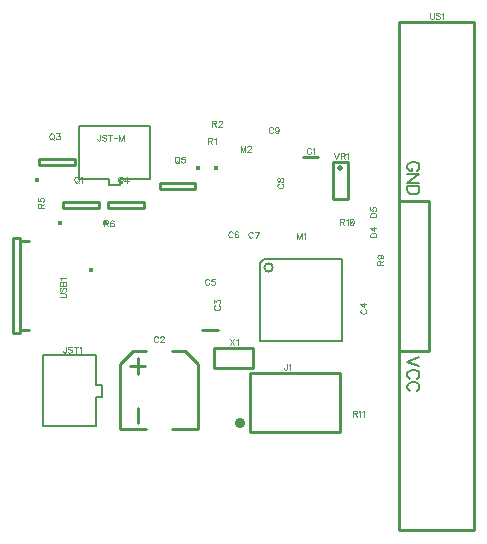
<source format=gbr>
G04 DipTrace 2.4.0.2*
%INTopSilk.gbr*%
%MOIN*%
%ADD10C,0.0098*%
%ADD12C,0.003*%
%ADD26C,0.0354*%
%ADD29C,0.005*%
%ADD31C,0.006*%
%ADD34O,0.0162X0.0154*%
%ADD38C,0.0154*%
%ADD42C,0.0158*%
%ADD47C,0.0188*%
%ADD104C,0.0062*%
%FSLAX44Y44*%
G04*
G70*
G90*
G75*
G01*
%LNTopSilk*%
%LPD*%
X6066Y3822D2*
D10*
X5554D1*
X7134Y2404D2*
X10126D1*
Y436D1*
X7134D1*
Y2404D1*
D26*
X6799Y731D3*
X1997Y2981D2*
D29*
Y1997D1*
X2194D1*
Y1603D1*
X1997D1*
Y619D1*
X226D1*
Y2981D1*
X1997D1*
X3801Y8853D2*
X2817D1*
Y8656D1*
X2423D1*
Y8853D1*
X1439D1*
Y10624D1*
X3801D1*
Y8853D1*
X10220Y6210D2*
D31*
Y3450D1*
X7460D1*
Y6070D1*
X7600Y6210D2*
X10220D1*
X7600D2*
X7460Y6070D1*
X7619Y5910D2*
G02X7619Y5910I141J0D01*
G01*
D34*
X6000Y9230D3*
D38*
X817Y7390D3*
X910Y7892D2*
D10*
X2091D1*
Y8088D1*
X910D1*
Y7892D1*
X13110Y8140D2*
X12110D1*
Y3140D1*
X13110D1*
Y8140D1*
X14610Y14105D2*
X12110D1*
Y-2825D1*
X14610D1*
Y14105D1*
X-523Y6904D2*
Y3716D1*
Y6905D2*
X-759D1*
X-523Y3716D2*
X-759D1*
Y6904D2*
Y3716D1*
X-221Y6806D2*
X-523D1*
Y3814D2*
X-221D1*
D42*
X1841Y5823D3*
X10420Y9435D2*
D10*
X9920D1*
Y8185D1*
X10420D1*
Y9435D1*
D47*
X10139Y9216D3*
X5950Y3225D2*
D10*
X7250D1*
Y2555D1*
X5950D1*
Y3225D1*
D38*
X27Y8830D3*
X120Y9332D2*
D10*
X1301D1*
Y9528D1*
X120D1*
Y9332D1*
D38*
X2317Y7390D3*
X2410Y7892D2*
D10*
X3591D1*
Y8088D1*
X2410D1*
Y7892D1*
D38*
X5403Y9240D3*
X5310Y8738D2*
D10*
X4129D1*
Y8542D1*
X5310D1*
Y8738D1*
X5399Y521D2*
X4533D1*
X5399D2*
Y2686D1*
X4966Y3119D2*
X5399Y2686D1*
X4966Y3119D2*
X4533D1*
X3667Y521D2*
X2801D1*
Y2686D1*
X3234Y3119D2*
X2801Y2686D1*
X3667Y3119D2*
X3234D1*
X3391Y2883D2*
Y2371D1*
X3135Y2627D2*
X3647D1*
X3391Y1229D2*
Y718D1*
X8904Y9608D2*
X9416D1*
X166Y7905D2*
D12*
Y7991D1*
X156Y8020D1*
X147Y8030D1*
X128Y8039D1*
X109D1*
X89Y8030D1*
X80Y8020D1*
X70Y7991D1*
Y7905D1*
X271D1*
X166Y7972D2*
X271Y8039D1*
X70Y8216D2*
Y8120D1*
X156Y8111D1*
X147Y8120D1*
X137Y8149D1*
Y8177D1*
X147Y8206D1*
X166Y8225D1*
X195Y8235D1*
X214D1*
X242Y8225D1*
X262Y8206D1*
X271Y8177D1*
Y8149D1*
X262Y8120D1*
X252Y8111D1*
X233Y8101D1*
X5988Y4644D2*
X5969Y4634D1*
X5950Y4615D1*
X5940Y4596D1*
Y4558D1*
X5950Y4539D1*
X5969Y4520D1*
X5988Y4510D1*
X6017Y4500D1*
X6065D1*
X6093Y4510D1*
X6112Y4520D1*
X6131Y4539D1*
X6141Y4558D1*
Y4596D1*
X6131Y4615D1*
X6112Y4634D1*
X6093Y4644D1*
X5940Y4725D2*
Y4830D1*
X6017Y4773D1*
Y4801D1*
X6026Y4820D1*
X6036Y4830D1*
X6065Y4840D1*
X6084D1*
X6112Y4830D1*
X6132Y4811D1*
X6141Y4782D1*
Y4753D1*
X6132Y4725D1*
X6122Y4715D1*
X6103Y4706D1*
X10868Y4519D2*
X10849Y4510D1*
X10830Y4490D1*
X10820Y4471D1*
Y4433D1*
X10830Y4414D1*
X10849Y4395D1*
X10868Y4385D1*
X10897Y4376D1*
X10945D1*
X10973Y4385D1*
X10992Y4395D1*
X11011Y4414D1*
X11021Y4433D1*
Y4471D1*
X11011Y4490D1*
X10992Y4510D1*
X10973Y4519D1*
X11021Y4677D2*
X10820D1*
X10954Y4581D1*
Y4724D1*
X5784Y5485D2*
X5774Y5504D1*
X5755Y5523D1*
X5736Y5533D1*
X5698D1*
X5679Y5523D1*
X5660Y5504D1*
X5650Y5485D1*
X5640Y5456D1*
Y5408D1*
X5650Y5380D1*
X5660Y5361D1*
X5679Y5342D1*
X5698Y5332D1*
X5736D1*
X5755Y5342D1*
X5774Y5361D1*
X5784Y5380D1*
X5960Y5533D2*
X5865D1*
X5855Y5447D1*
X5865Y5456D1*
X5894Y5466D1*
X5922D1*
X5951Y5456D1*
X5970Y5437D1*
X5980Y5408D1*
Y5389D1*
X5970Y5361D1*
X5951Y5341D1*
X5922Y5332D1*
X5894D1*
X5865Y5341D1*
X5855Y5351D1*
X5846Y5370D1*
X6562Y7065D2*
X6552Y7084D1*
X6533Y7103D1*
X6514Y7113D1*
X6476D1*
X6457Y7103D1*
X6438Y7084D1*
X6428Y7065D1*
X6418Y7036D1*
Y6988D1*
X6428Y6960D1*
X6438Y6941D1*
X6457Y6922D1*
X6476Y6912D1*
X6514D1*
X6533Y6922D1*
X6552Y6941D1*
X6562Y6960D1*
X6738Y7084D2*
X6729Y7103D1*
X6700Y7113D1*
X6681D1*
X6652Y7103D1*
X6633Y7074D1*
X6624Y7027D1*
Y6979D1*
X6633Y6941D1*
X6652Y6921D1*
X6681Y6912D1*
X6691D1*
X6719Y6921D1*
X6738Y6941D1*
X6748Y6969D1*
Y6979D1*
X6738Y7008D1*
X6719Y7027D1*
X6691Y7036D1*
X6681D1*
X6652Y7027D1*
X6633Y7008D1*
X6624Y6979D1*
X7227Y7055D2*
X7218Y7074D1*
X7198Y7093D1*
X7179Y7103D1*
X7141D1*
X7122Y7093D1*
X7103Y7074D1*
X7093Y7055D1*
X7084Y7026D1*
Y6978D1*
X7093Y6950D1*
X7103Y6931D1*
X7122Y6912D1*
X7141Y6902D1*
X7179D1*
X7198Y6912D1*
X7218Y6931D1*
X7227Y6950D1*
X7327Y6902D2*
X7423Y7103D1*
X7289D1*
X8098Y8704D2*
X8079Y8694D1*
X8060Y8675D1*
X8050Y8656D1*
Y8618D1*
X8060Y8599D1*
X8079Y8580D1*
X8098Y8570D1*
X8127Y8561D1*
X8175D1*
X8203Y8570D1*
X8222Y8580D1*
X8241Y8599D1*
X8251Y8618D1*
Y8656D1*
X8241Y8675D1*
X8222Y8694D1*
X8203Y8704D1*
X8050Y8813D2*
X8060Y8785D1*
X8079Y8775D1*
X8098D1*
X8117Y8785D1*
X8127Y8804D1*
X8136Y8842D1*
X8146Y8871D1*
X8165Y8890D1*
X8184Y8899D1*
X8213D1*
X8232Y8890D1*
X8242Y8880D1*
X8251Y8852D1*
Y8813D1*
X8242Y8785D1*
X8232Y8775D1*
X8213Y8766D1*
X8184D1*
X8165Y8775D1*
X8146Y8794D1*
X8136Y8823D1*
X8127Y8861D1*
X8117Y8880D1*
X8098Y8890D1*
X8079D1*
X8060Y8880D1*
X8050Y8852D1*
Y8813D1*
X7909Y10542D2*
X7899Y10561D1*
X7880Y10580D1*
X7861Y10590D1*
X7823D1*
X7803Y10580D1*
X7784Y10561D1*
X7775Y10542D1*
X7765Y10513D1*
Y10465D1*
X7775Y10437D1*
X7784Y10418D1*
X7803Y10399D1*
X7823Y10389D1*
X7861D1*
X7880Y10399D1*
X7899Y10418D1*
X7909Y10437D1*
X8095Y10523D2*
X8085Y10494D1*
X8066Y10475D1*
X8037Y10465D1*
X8028D1*
X7999Y10475D1*
X7980Y10494D1*
X7970Y10523D1*
Y10532D1*
X7980Y10561D1*
X7999Y10580D1*
X8028Y10590D1*
X8037D1*
X8066Y10580D1*
X8085Y10561D1*
X8095Y10523D1*
Y10475D1*
X8085Y10427D1*
X8066Y10398D1*
X8037Y10389D1*
X8018D1*
X7990Y10398D1*
X7980Y10418D1*
X8367Y2697D2*
Y2544D1*
X8358Y2515D1*
X8348Y2506D1*
X8329Y2496D1*
X8310D1*
X8291Y2506D1*
X8281Y2515D1*
X8271Y2544D1*
Y2563D1*
X8429Y2659D2*
X8448Y2668D1*
X8477Y2697D1*
Y2496D1*
X1007Y3274D2*
Y3121D1*
X998Y3092D1*
X988Y3083D1*
X969Y3073D1*
X950D1*
X931Y3083D1*
X921Y3092D1*
X912Y3121D1*
Y3140D1*
X1203Y3245D2*
X1184Y3264D1*
X1155Y3274D1*
X1117D1*
X1088Y3264D1*
X1069Y3245D1*
Y3226D1*
X1079Y3207D1*
X1088Y3198D1*
X1107Y3188D1*
X1165Y3169D1*
X1184Y3159D1*
X1193Y3150D1*
X1203Y3131D1*
Y3102D1*
X1184Y3083D1*
X1155Y3073D1*
X1117D1*
X1088Y3083D1*
X1069Y3102D1*
X1332Y3274D2*
Y3073D1*
X1265Y3274D2*
X1399D1*
X1460Y3236D2*
X1480Y3245D1*
X1508Y3274D1*
Y3073D1*
X2149Y10337D2*
Y10184D1*
X2139Y10155D1*
X2129Y10146D1*
X2110Y10136D1*
X2091D1*
X2072Y10146D1*
X2063Y10155D1*
X2053Y10184D1*
Y10203D1*
X2344Y10308D2*
X2325Y10328D1*
X2297Y10337D1*
X2258D1*
X2230Y10328D1*
X2210Y10308D1*
Y10289D1*
X2220Y10270D1*
X2230Y10261D1*
X2249Y10251D1*
X2306Y10232D1*
X2325Y10222D1*
X2335Y10213D1*
X2344Y10194D1*
Y10165D1*
X2325Y10146D1*
X2297Y10136D1*
X2258D1*
X2230Y10146D1*
X2210Y10165D1*
X2473Y10337D2*
Y10136D1*
X2406Y10337D2*
X2540D1*
X2602Y10237D2*
X2712D1*
X2927Y10136D2*
Y10337D1*
X2851Y10136D1*
X2774Y10337D1*
Y10136D1*
X8862Y6862D2*
Y7063D1*
X8785Y6862D1*
X8709Y7063D1*
Y6862D1*
X8923Y7024D2*
X8943Y7034D1*
X8971Y7063D1*
Y6862D1*
X6980Y9775D2*
Y9976D1*
X6903Y9775D1*
X6827Y9976D1*
Y9775D1*
X7051Y9928D2*
Y9937D1*
X7061Y9957D1*
X7070Y9966D1*
X7089Y9976D1*
X7128D1*
X7147Y9966D1*
X7156Y9957D1*
X7166Y9937D1*
Y9918D1*
X7156Y9899D1*
X7137Y9871D1*
X7041Y9775D1*
X7175D1*
X1342Y8942D2*
X1323Y8933D1*
X1303Y8914D1*
X1294Y8895D1*
X1284Y8866D1*
Y8818D1*
X1294Y8789D1*
X1303Y8770D1*
X1323Y8751D1*
X1342Y8742D1*
X1380D1*
X1399Y8751D1*
X1418Y8770D1*
X1428Y8789D1*
X1437Y8818D1*
Y8866D1*
X1428Y8895D1*
X1418Y8914D1*
X1399Y8933D1*
X1380Y8942D1*
X1342D1*
X1370Y8780D2*
X1428Y8722D1*
X1499Y8904D2*
X1518Y8914D1*
X1547Y8942D1*
Y8741D1*
X5748Y10134D2*
X5834D1*
X5863Y10144D1*
X5873Y10153D1*
X5882Y10172D1*
Y10191D1*
X5873Y10211D1*
X5863Y10220D1*
X5834Y10230D1*
X5748D1*
Y10029D1*
X5815Y10134D2*
X5882Y10029D1*
X5944Y10191D2*
X5963Y10201D1*
X5992Y10230D1*
Y10029D1*
X5885Y10714D2*
X5971D1*
X6000Y10724D1*
X6010Y10733D1*
X6019Y10752D1*
Y10771D1*
X6010Y10791D1*
X6000Y10800D1*
X5971Y10810D1*
X5885D1*
Y10609D1*
X5952Y10714D2*
X6019Y10609D1*
X6091Y10762D2*
Y10771D1*
X6100Y10791D1*
X6110Y10800D1*
X6129Y10810D1*
X6167D1*
X6186Y10800D1*
X6196Y10791D1*
X6205Y10771D1*
Y10752D1*
X6196Y10733D1*
X6177Y10705D1*
X6081Y10609D1*
X6215D1*
X13140Y14397D2*
Y14254D1*
X13150Y14225D1*
X13169Y14206D1*
X13198Y14196D1*
X13217D1*
X13246Y14206D1*
X13265Y14225D1*
X13274Y14254D1*
Y14397D1*
X13470Y14369D2*
X13451Y14388D1*
X13422Y14397D1*
X13384D1*
X13355Y14388D1*
X13336Y14369D1*
Y14350D1*
X13346Y14330D1*
X13355Y14321D1*
X13374Y14311D1*
X13432Y14292D1*
X13451Y14283D1*
X13460Y14273D1*
X13470Y14254D1*
Y14225D1*
X13451Y14206D1*
X13422Y14196D1*
X13384D1*
X13355Y14206D1*
X13336Y14225D1*
X13532Y14359D2*
X13551Y14369D1*
X13580Y14397D1*
Y14196D1*
X797Y4912D2*
X941D1*
X970Y4921D1*
X989Y4940D1*
X998Y4969D1*
Y4988D1*
X989Y5017D1*
X970Y5036D1*
X941Y5046D1*
X797D1*
X826Y5241D2*
X807Y5222D1*
X797Y5194D1*
Y5155D1*
X807Y5127D1*
X826Y5107D1*
X845D1*
X864Y5117D1*
X874Y5127D1*
X883Y5146D1*
X903Y5203D1*
X912Y5222D1*
X922Y5232D1*
X941Y5241D1*
X970D1*
X989Y5222D1*
X998Y5194D1*
Y5155D1*
X989Y5127D1*
X970Y5107D1*
X797Y5303D2*
X998D1*
Y5389D1*
X989Y5418D1*
X979Y5428D1*
X960Y5437D1*
X931D1*
X912Y5428D1*
X903Y5418D1*
X893Y5389D1*
X883Y5418D1*
X874Y5428D1*
X855Y5437D1*
X836D1*
X817Y5428D1*
X807Y5418D1*
X797Y5389D1*
Y5303D1*
X893D2*
Y5389D1*
X836Y5499D2*
X826Y5518D1*
X798Y5547D1*
X998D1*
X9941Y9728D2*
X10017Y9527D1*
X10094Y9728D1*
X10156Y9632D2*
X10242D1*
X10270Y9642D1*
X10280Y9651D1*
X10289Y9670D1*
Y9690D1*
X10280Y9709D1*
X10270Y9718D1*
X10242Y9728D1*
X10156D1*
Y9527D1*
X10223Y9632D2*
X10289Y9527D1*
X10351Y9689D2*
X10370Y9699D1*
X10399Y9728D1*
Y9527D1*
X6478Y3518D2*
X6612Y3317D1*
Y3518D2*
X6478Y3317D1*
X6674Y3479D2*
X6693Y3489D1*
X6722Y3517D1*
Y3317D1*
X509Y10382D2*
X490Y10373D1*
X470Y10354D1*
X461Y10335D1*
X451Y10306D1*
Y10258D1*
X461Y10229D1*
X470Y10210D1*
X490Y10191D1*
X509Y10182D1*
X547D1*
X566Y10191D1*
X585Y10210D1*
X595Y10229D1*
X604Y10258D1*
Y10306D1*
X595Y10335D1*
X585Y10354D1*
X566Y10373D1*
X547Y10382D1*
X509D1*
X537Y10220D2*
X595Y10162D1*
X685Y10382D2*
X790D1*
X733Y10306D1*
X762D1*
X781Y10296D1*
X790Y10287D1*
X800Y10258D1*
Y10239D1*
X790Y10210D1*
X771Y10191D1*
X743Y10181D1*
X714D1*
X685Y10191D1*
X676Y10201D1*
X666Y10220D1*
X2794Y8942D2*
X2775Y8933D1*
X2756Y8914D1*
X2746Y8895D1*
X2736Y8866D1*
Y8818D1*
X2746Y8789D1*
X2756Y8770D1*
X2775Y8751D1*
X2794Y8742D1*
X2832D1*
X2851Y8751D1*
X2870Y8770D1*
X2880Y8789D1*
X2889Y8818D1*
Y8866D1*
X2880Y8895D1*
X2870Y8914D1*
X2851Y8933D1*
X2832Y8942D1*
X2794D1*
X2823Y8780D2*
X2880Y8722D1*
X3047Y8741D2*
Y8942D1*
X2951Y8808D1*
X3095D1*
X4687Y9610D2*
X4668Y9601D1*
X4649Y9581D1*
X4640Y9562D1*
X4630Y9533D1*
Y9486D1*
X4640Y9457D1*
X4649Y9438D1*
X4668Y9419D1*
X4687Y9409D1*
X4726D1*
X4745Y9419D1*
X4764Y9438D1*
X4773Y9457D1*
X4783Y9486D1*
Y9533D1*
X4773Y9562D1*
X4764Y9581D1*
X4745Y9601D1*
X4726Y9610D1*
X4687D1*
X4716Y9447D2*
X4773Y9390D1*
X4960Y9610D2*
X4864D1*
X4855Y9524D1*
X4864Y9533D1*
X4893Y9543D1*
X4921D1*
X4950Y9533D1*
X4969Y9514D1*
X4979Y9485D1*
Y9466D1*
X4969Y9438D1*
X4950Y9418D1*
X4921Y9409D1*
X4893D1*
X4864Y9418D1*
X4855Y9428D1*
X4845Y9447D1*
X2280Y7384D2*
X2366D1*
X2395Y7394D1*
X2404Y7403D1*
X2414Y7422D1*
Y7441D1*
X2404Y7461D1*
X2395Y7470D1*
X2366Y7480D1*
X2280D1*
Y7279D1*
X2347Y7384D2*
X2414Y7279D1*
X2590Y7451D2*
X2581Y7470D1*
X2552Y7480D1*
X2533D1*
X2504Y7470D1*
X2485Y7441D1*
X2476Y7394D1*
Y7346D1*
X2485Y7308D1*
X2504Y7288D1*
X2533Y7279D1*
X2543D1*
X2571Y7288D1*
X2590Y7308D1*
X2600Y7336D1*
Y7346D1*
X2590Y7375D1*
X2571Y7394D1*
X2543Y7403D1*
X2533D1*
X2504Y7394D1*
X2485Y7375D1*
X2476Y7346D1*
X4074Y3572D2*
X4064Y3591D1*
X4045Y3610D1*
X4026Y3620D1*
X3988D1*
X3969Y3610D1*
X3950Y3591D1*
X3940Y3572D1*
X3930Y3543D1*
Y3495D1*
X3940Y3467D1*
X3950Y3447D1*
X3969Y3428D1*
X3988Y3419D1*
X4026D1*
X4045Y3428D1*
X4064Y3447D1*
X4074Y3467D1*
X4145Y3572D2*
Y3581D1*
X4155Y3600D1*
X4164Y3610D1*
X4184Y3619D1*
X4222D1*
X4241Y3610D1*
X4250Y3600D1*
X4260Y3581D1*
Y3562D1*
X4250Y3543D1*
X4231Y3514D1*
X4136Y3419D1*
X4270D1*
X11477Y6007D2*
Y6093D1*
X11467Y6121D1*
X11458Y6131D1*
X11439Y6141D1*
X11420D1*
X11401Y6131D1*
X11391Y6121D1*
X11381Y6093D1*
Y6007D1*
X11582D1*
X11477Y6074D2*
X11582Y6141D1*
X11448Y6327D2*
X11477Y6317D1*
X11496Y6298D1*
X11506Y6269D1*
Y6260D1*
X11496Y6231D1*
X11477Y6212D1*
X11448Y6202D1*
X11439D1*
X11410Y6212D1*
X11391Y6231D1*
X11382Y6260D1*
Y6269D1*
X11391Y6298D1*
X11410Y6317D1*
X11448Y6327D1*
X11496D1*
X11544Y6317D1*
X11573Y6298D1*
X11582Y6269D1*
Y6250D1*
X11573Y6222D1*
X11554Y6212D1*
X10153Y7437D2*
X10239D1*
X10268Y7447D1*
X10278Y7456D1*
X10287Y7475D1*
Y7495D1*
X10278Y7514D1*
X10268Y7523D1*
X10239Y7533D1*
X10153D1*
Y7332D1*
X10220Y7437D2*
X10287Y7332D1*
X10349Y7494D2*
X10368Y7504D1*
X10397Y7533D1*
Y7332D1*
X10516Y7533D2*
X10488Y7523D1*
X10468Y7494D1*
X10459Y7447D1*
Y7418D1*
X10468Y7370D1*
X10488Y7341D1*
X10516Y7332D1*
X10535D1*
X10564Y7341D1*
X10583Y7370D1*
X10593Y7418D1*
Y7447D1*
X10583Y7494D1*
X10564Y7523D1*
X10535Y7533D1*
X10516D1*
X10583Y7494D2*
X10468Y7370D1*
X11150Y6926D2*
X11351D1*
Y6993D1*
X11341Y7022D1*
X11322Y7041D1*
X11303Y7051D1*
X11275Y7060D1*
X11227D1*
X11198Y7051D1*
X11179Y7041D1*
X11160Y7022D1*
X11150Y6993D1*
Y6926D1*
X11351Y7218D2*
X11150D1*
X11284Y7122D1*
Y7265D1*
X11147Y7602D2*
X11348D1*
Y7669D1*
X11338Y7698D1*
X11319Y7717D1*
X11300Y7726D1*
X11272Y7736D1*
X11224D1*
X11195Y7726D1*
X11176Y7717D1*
X11157Y7698D1*
X11147Y7669D1*
Y7602D1*
Y7912D2*
Y7817D1*
X11233Y7807D1*
X11224Y7817D1*
X11214Y7846D1*
Y7874D1*
X11224Y7903D1*
X11243Y7922D1*
X11272Y7932D1*
X11291D1*
X11319Y7922D1*
X11339Y7903D1*
X11348Y7874D1*
Y7846D1*
X11339Y7817D1*
X11329Y7807D1*
X11310Y7798D1*
X10573Y1044D2*
X10659D1*
X10688Y1054D1*
X10698Y1063D1*
X10707Y1082D1*
Y1101D1*
X10698Y1121D1*
X10688Y1130D1*
X10659Y1140D1*
X10573D1*
Y939D1*
X10640Y1044D2*
X10707Y939D1*
X10769Y1101D2*
X10788Y1111D1*
X10817Y1140D1*
Y939D1*
X10879Y1101D2*
X10898Y1111D1*
X10927Y1140D1*
Y939D1*
X9177Y9853D2*
X9167Y9872D1*
X9148Y9891D1*
X9129Y9901D1*
X9091D1*
X9072Y9891D1*
X9053Y9872D1*
X9043Y9853D1*
X9033Y9824D1*
Y9776D1*
X9043Y9748D1*
X9053Y9728D1*
X9072Y9709D1*
X9091Y9700D1*
X9129D1*
X9148Y9709D1*
X9167Y9728D1*
X9177Y9748D1*
X9239Y9862D2*
X9258Y9872D1*
X9287Y9900D1*
Y9700D1*
X12787Y2922D2*
D104*
X12385Y2769D1*
X12787Y2616D1*
X12691Y2206D2*
X12729Y2225D1*
X12768Y2264D1*
X12787Y2302D1*
Y2378D1*
X12768Y2416D1*
X12729Y2455D1*
X12691Y2474D1*
X12634Y2493D1*
X12538D1*
X12481Y2474D1*
X12442Y2455D1*
X12404Y2416D1*
X12385Y2378D1*
Y2302D1*
X12404Y2264D1*
X12442Y2225D1*
X12481Y2206D1*
X12691Y1796D2*
X12729Y1815D1*
X12768Y1853D1*
X12787Y1891D1*
Y1968D1*
X12768Y2006D1*
X12729Y2044D1*
X12691Y2063D1*
X12634Y2083D1*
X12538D1*
X12481Y2063D1*
X12442Y2044D1*
X12404Y2006D1*
X12385Y1968D1*
Y1891D1*
X12404Y1853D1*
X12442Y1815D1*
X12481Y1796D1*
X12691Y9135D2*
X12729Y9154D1*
X12768Y9192D1*
X12787Y9230D1*
Y9307D1*
X12768Y9345D1*
X12729Y9383D1*
X12691Y9403D1*
X12634Y9422D1*
X12538D1*
X12481Y9403D1*
X12442Y9383D1*
X12404Y9345D1*
X12385Y9307D1*
Y9230D1*
X12404Y9192D1*
X12442Y9154D1*
X12481Y9135D1*
X12538D1*
Y9230D1*
X12787Y8743D2*
X12385D1*
X12787Y9011D1*
X12385D1*
X12787Y8620D2*
X12385D1*
Y8486D1*
X12404Y8428D1*
X12442Y8390D1*
X12481Y8371D1*
X12538Y8352D1*
X12634D1*
X12691Y8371D1*
X12729Y8390D1*
X12768Y8428D1*
X12787Y8486D1*
Y8620D1*
M02*

</source>
